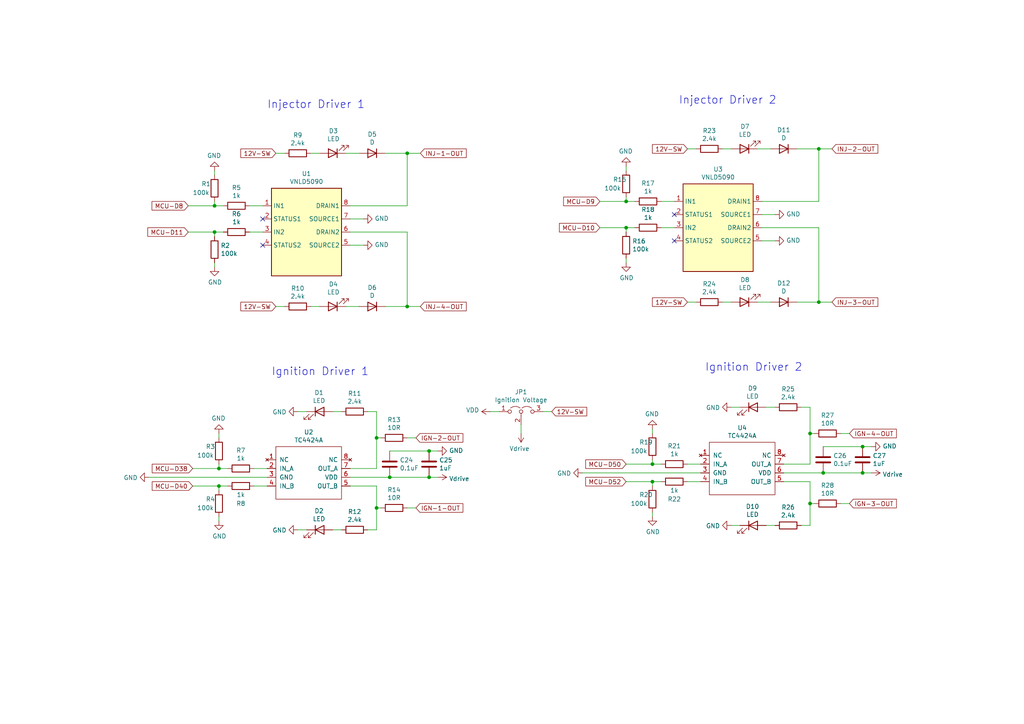
<source format=kicad_sch>
(kicad_sch (version 20210621) (generator eeschema)
  (paper "A4")
  (lib_symbols
    (symbol "Device:C" (pin_numbers hide) (pin_names (offset 0.254))
      (property "Reference" "C" (at 0.635 2.54 0))
      (property "Value" "C" (at 0.635 -2.54 0))
      (symbol "C_0_1"
        (polyline (pts (xy -2.032 -0.762) (xy 2.032 -0.762)) (stroke (width 0.508)))
        (polyline (pts (xy -2.032 0.762) (xy 2.032 0.762)) (stroke (width 0.508)))
      )
      (symbol "C_1_1"
        (pin passive line (at 0 3.81 270) (length 2.794) (name "~") (number "1"))
        (pin passive line (at 0 -3.81 90) (length 2.794) (name "~") (number "2"))
      )
    )
    (symbol "Device:D" (pin_numbers hide) (pin_names (offset 1.016) hide)
      (property "Reference" "D" (at 0 2.54 0))
      (property "Value" "D" (at 0 -2.54 0))
      (symbol "D_0_1"
        (polyline (pts (xy -1.27 1.27) (xy -1.27 -1.27)) (stroke (width 0.254)))
        (polyline (pts (xy 1.27 0) (xy -1.27 0)))
        (polyline (pts (xy 1.27 1.27) (xy 1.27 -1.27) (xy -1.27 0) (xy 1.27 1.27)) (stroke (width 0.254)))
      )
      (symbol "D_1_1"
        (pin passive line (at -3.81 0 0) (length 2.54) (name "K") (number "1"))
        (pin passive line (at 3.81 0 180) (length 2.54) (name "A") (number "2"))
      )
    )
    (symbol "Device:LED" (pin_numbers hide) (pin_names (offset 1.016) hide)
      (property "Reference" "D" (at 0 2.54 0))
      (property "Value" "LED" (at 0 -2.54 0))
      (symbol "LED_0_1"
        (polyline (pts (xy -1.27 -1.27) (xy -1.27 1.27)) (stroke (width 0.254)))
        (polyline (pts (xy -1.27 0) (xy 1.27 0)))
        (polyline (pts (xy 1.27 -1.27) (xy 1.27 1.27) (xy -1.27 0) (xy 1.27 -1.27)) (stroke (width 0.254)))
        (polyline (pts (xy -3.048 -0.762) (xy -4.572 -2.286) (xy -3.81 -2.286) (xy -4.572 -2.286) (xy -4.572 -1.524)))
        (polyline (pts (xy -1.778 -0.762) (xy -3.302 -2.286) (xy -2.54 -2.286) (xy -3.302 -2.286) (xy -3.302 -1.524)))
      )
      (symbol "LED_1_1"
        (pin passive line (at -3.81 0 0) (length 2.54) (name "K") (number "1"))
        (pin passive line (at 3.81 0 180) (length 2.54) (name "A") (number "2"))
      )
    )
    (symbol "Device:R" (pin_numbers hide) (pin_names (offset 0))
      (property "Reference" "R" (at 2.032 0 90))
      (property "Value" "R" (at 0 0 90))
      (symbol "R_0_1"
        (rectangle (start -1.016 -2.54) (end 1.016 2.54) (stroke (width 0.254)))
      )
      (symbol "R_1_1"
        (pin passive line (at 0 3.81 270) (length 1.27) (name "~") (number "1"))
        (pin passive line (at 0 -3.81 90) (length 1.27) (name "~") (number "2"))
      )
    )
    (symbol "IC_Automotive:TC4424A" (pin_names (offset 1.016))
      (property "Reference" "U" (at -7.62 38.1 0))
      (property "Value" "IC_Automotive_TC4424A" (at -15.24 38.1 0))
      (symbol "TC4424A_0_1"
        (rectangle (start -25.4 36.83) (end -6.35 21.59))
      )
      (symbol "TC4424A_1_1"
        (pin no_connect line (at -27.94 33.02 0) (length 2.54) (name "NC") (number "1"))
        (pin input line (at -27.94 30.48 0) (length 2.54) (name "IN_A") (number "2"))
        (pin power_in line (at -27.94 27.94 0) (length 2.54) (name "GND") (number "3"))
        (pin input line (at -27.94 25.4 0) (length 2.54) (name "IN_B") (number "4"))
        (pin input line (at -3.81 25.4 180) (length 2.54) (name "OUT_B") (number "5"))
        (pin power_in line (at -3.81 27.94 180) (length 2.54) (name "VDD") (number "6"))
        (pin output line (at -3.81 30.48 180) (length 2.54) (name "OUT_A") (number "7"))
        (pin no_connect line (at -3.81 33.02 180) (length 2.54) (name "NC") (number "8"))
      )
    )
    (symbol "IC_Automotive:VNLD5090"
      (property "Reference" "U" (at -7.62 11.43 0))
      (property "Value" "IC_Automotive_VNLD5090" (at 12.7 11.43 0))
      (symbol "VNLD5090_0_1"
        (rectangle (start -7.62 -15.24) (end 12.7 10.16) (stroke (width 0.254)) (fill (type background)))
      )
      (symbol "VNLD5090_1_1"
        (pin input line (at -10.16 5.08 0) (length 2.54) (name "IN1") (number "1"))
        (pin output line (at -10.16 1.27 0) (length 2.54) (name "STATUS1") (number "2"))
        (pin input line (at -10.16 -2.54 0) (length 2.54) (name "IN2") (number "3"))
        (pin output line (at -10.16 -6.35 0) (length 2.54) (name "STATUS2") (number "4"))
        (pin input line (at 15.24 -6.35 180) (length 2.54) (name "SOURCE2") (number "5"))
        (pin output line (at 15.24 -2.54 180) (length 2.54) (name "DRAIN2") (number "6"))
        (pin input line (at 15.24 1.27 180) (length 2.54) (name "SOURCE1") (number "7"))
        (pin output line (at 15.24 5.08 180) (length 2.54) (name "DRAIN1") (number "8"))
      )
    )
    (symbol "Jumper:Jumper_3_Open" (pin_names (offset 0) hide)
      (property "Reference" "JP" (at -2.54 -2.54 0))
      (property "Value" "Jumper_3_Open" (at 0 2.794 0))
      (symbol "Jumper_3_Open_0_0"
        (circle (center -3.302 0) (radius 0.508))
        (circle (center 0 0) (radius 0.508))
        (circle (center 3.302 0) (radius 0.508))
      )
      (symbol "Jumper_3_Open_0_1"
        (arc (start -0.254 1.016) (mid -1.651 1.4992) (end -3.048 1.016))
        (polyline (pts (xy 0 -0.508) (xy 0 -1.27)))
        (arc (start 3.048 1.016) (mid 1.651 1.4992) (end 0.254 1.016))
      )
      (symbol "Jumper_3_Open_1_1"
        (pin passive line (at -6.35 0 0) (length 2.54) (name "A") (number "1"))
        (pin input line (at 0 -3.81 90) (length 2.54) (name "C") (number "2"))
        (pin passive line (at 6.35 0 180) (length 2.54) (name "B") (number "3"))
      )
    )
    (symbol "power:GND" (power) (pin_names (offset 0))
      (property "Value" "GND" (at 0 -3.81 0))
      (symbol "GND_0_1"
        (polyline (pts (xy 0 0) (xy 0 -1.27) (xy 1.27 -1.27) (xy 0 -2.54) (xy -1.27 -1.27) (xy 0 -1.27)))
      )
      (symbol "GND_1_1"
        (pin power_in line (at 0 0 270) (length 0) hide (name "GND") (number "1"))
      )
    )
    (symbol "power:VDD" (power) (pin_names (offset 0))
      (property "Value" "VDD" (at 0 3.81 0))
      (symbol "VDD_0_1"
        (polyline (pts (xy -0.762 1.27) (xy 0 2.54)))
        (polyline (pts (xy 0 0) (xy 0 2.54)))
        (polyline (pts (xy 0 2.54) (xy 0.762 1.27)))
      )
      (symbol "VDD_1_1"
        (pin power_in line (at 0 0 90) (length 0) hide (name "VDD") (number "1"))
      )
    )
    (symbol "power:Vdrive" (power) (pin_names (offset 0))
      (property "Value" "Vdrive" (at 0 3.81 0))
      (symbol "Vdrive_0_1"
        (polyline (pts (xy -0.762 1.27) (xy 0 2.54)))
        (polyline (pts (xy 0 0) (xy 0 2.54)))
        (polyline (pts (xy 0 2.54) (xy 0.762 1.27)))
      )
      (symbol "Vdrive_1_1"
        (pin power_in line (at 0 0 90) (length 0) hide (name "Vdrive") (number "1"))
      )
    )
  )
  (junction (at 62.23 59.69))
  (junction (at 250.19 137.16))
  (junction (at 237.49 43.18))
  (junction (at 250.19 129.54))
  (junction (at 124.46 138.43))
  (junction (at 234.95 146.05))
  (junction (at 118.11 88.9))
  (junction (at 113.03 138.43))
  (junction (at 109.22 127))
  (junction (at 124.46 130.81))
  (junction (at 63.5 140.97))
  (junction (at 237.49 87.63))
  (junction (at 181.61 66.04))
  (junction (at 63.5 135.89))
  (junction (at 109.22 147.32))
  (junction (at 181.61 58.42))
  (junction (at 189.23 134.62))
  (junction (at 189.23 139.7))
  (junction (at 234.95 125.73))
  (junction (at 238.76 137.16))
  (junction (at 62.23 67.31))
  (junction (at 118.11 44.45))
  (no_connect (at 76.2 71.12))
  (no_connect (at 195.58 62.23))
  (no_connect (at 76.2 63.5))
  (no_connect (at 195.58 69.85))
  (wire (pts (xy 231.14 43.18) (xy 237.49 43.18)))
  (wire (pts (xy 241.3 87.63) (xy 237.49 87.63)))
  (wire (pts (xy 73.66 140.97) (xy 77.47 140.97)))
  (wire (pts (xy 77.47 138.43) (xy 43.18 138.43)))
  (wire (pts (xy 191.77 58.42) (xy 195.58 58.42)))
  (wire (pts (xy 234.95 152.4) (xy 234.95 146.05)))
  (wire (pts (xy 237.49 58.42) (xy 237.49 43.18)))
  (wire (pts (xy 80.01 88.9) (xy 82.55 88.9)))
  (wire (pts (xy 199.39 87.63) (xy 201.93 87.63)))
  (wire (pts (xy 151.13 125.73) (xy 151.13 123.19)))
  (wire (pts (xy 110.49 147.32) (xy 109.22 147.32)))
  (wire (pts (xy 113.03 138.43) (xy 101.6 138.43)))
  (wire (pts (xy 241.3 43.18) (xy 237.49 43.18)))
  (wire (pts (xy 86.36 119.38) (xy 88.9 119.38)))
  (wire (pts (xy 203.2 137.16) (xy 168.91 137.16)))
  (wire (pts (xy 96.52 119.38) (xy 99.06 119.38)))
  (wire (pts (xy 184.15 66.04) (xy 181.61 66.04)))
  (wire (pts (xy 238.76 137.16) (xy 227.33 137.16)))
  (wire (pts (xy 234.95 134.62) (xy 227.33 134.62)))
  (wire (pts (xy 101.6 63.5) (xy 105.41 63.5)))
  (wire (pts (xy 72.39 59.69) (xy 76.2 59.69)))
  (wire (pts (xy 109.22 119.38) (xy 109.22 127)))
  (wire (pts (xy 63.5 151.13) (xy 63.5 149.86)))
  (wire (pts (xy 63.5 140.97) (xy 63.5 142.24)))
  (wire (pts (xy 181.61 76.2) (xy 181.61 74.93)))
  (wire (pts (xy 199.39 139.7) (xy 203.2 139.7)))
  (wire (pts (xy 106.68 153.67) (xy 109.22 153.67)))
  (wire (pts (xy 189.23 139.7) (xy 189.23 140.97)))
  (wire (pts (xy 181.61 58.42) (xy 184.15 58.42)))
  (wire (pts (xy 109.22 135.89) (xy 101.6 135.89)))
  (wire (pts (xy 234.95 139.7) (xy 227.33 139.7)))
  (wire (pts (xy 212.09 118.11) (xy 214.63 118.11)))
  (wire (pts (xy 109.22 127) (xy 109.22 135.89)))
  (wire (pts (xy 220.98 66.04) (xy 237.49 66.04)))
  (wire (pts (xy 127 130.81) (xy 124.46 130.81)))
  (wire (pts (xy 191.77 66.04) (xy 195.58 66.04)))
  (wire (pts (xy 121.92 44.45) (xy 118.11 44.45)))
  (wire (pts (xy 86.36 153.67) (xy 88.9 153.67)))
  (wire (pts (xy 105.41 71.12) (xy 101.6 71.12)))
  (wire (pts (xy 118.11 147.32) (xy 120.65 147.32)))
  (wire (pts (xy 181.61 57.15) (xy 181.61 58.42)))
  (wire (pts (xy 80.01 44.45) (xy 82.55 44.45)))
  (wire (pts (xy 109.22 147.32) (xy 109.22 140.97)))
  (wire (pts (xy 212.09 152.4) (xy 214.63 152.4)))
  (wire (pts (xy 234.95 125.73) (xy 234.95 134.62)))
  (wire (pts (xy 232.41 152.4) (xy 234.95 152.4)))
  (wire (pts (xy 222.25 118.11) (xy 224.79 118.11)))
  (wire (pts (xy 220.98 62.23) (xy 224.79 62.23)))
  (wire (pts (xy 181.61 139.7) (xy 189.23 139.7)))
  (wire (pts (xy 127 138.43) (xy 124.46 138.43)))
  (wire (pts (xy 62.23 58.42) (xy 62.23 59.69)))
  (wire (pts (xy 118.11 127) (xy 120.65 127)))
  (wire (pts (xy 100.33 88.9) (xy 104.14 88.9)))
  (wire (pts (xy 109.22 153.67) (xy 109.22 147.32)))
  (wire (pts (xy 181.61 134.62) (xy 189.23 134.62)))
  (wire (pts (xy 66.04 140.97) (xy 63.5 140.97)))
  (wire (pts (xy 252.73 137.16) (xy 250.19 137.16)))
  (wire (pts (xy 234.95 146.05) (xy 234.95 139.7)))
  (wire (pts (xy 54.61 67.31) (xy 62.23 67.31)))
  (wire (pts (xy 219.71 43.18) (xy 223.52 43.18)))
  (wire (pts (xy 209.55 87.63) (xy 212.09 87.63)))
  (wire (pts (xy 209.55 43.18) (xy 212.09 43.18)))
  (wire (pts (xy 234.95 118.11) (xy 234.95 125.73)))
  (wire (pts (xy 111.76 44.45) (xy 118.11 44.45)))
  (wire (pts (xy 252.73 129.54) (xy 250.19 129.54)))
  (wire (pts (xy 250.19 137.16) (xy 238.76 137.16)))
  (wire (pts (xy 232.41 118.11) (xy 234.95 118.11)))
  (wire (pts (xy 96.52 153.67) (xy 99.06 153.67)))
  (wire (pts (xy 199.39 134.62) (xy 203.2 134.62)))
  (wire (pts (xy 222.25 152.4) (xy 224.79 152.4)))
  (wire (pts (xy 243.84 146.05) (xy 246.38 146.05)))
  (wire (pts (xy 62.23 59.69) (xy 64.77 59.69)))
  (wire (pts (xy 121.92 88.9) (xy 118.11 88.9)))
  (wire (pts (xy 110.49 127) (xy 109.22 127)))
  (wire (pts (xy 237.49 66.04) (xy 237.49 87.63)))
  (wire (pts (xy 90.17 44.45) (xy 92.71 44.45)))
  (wire (pts (xy 54.61 59.69) (xy 62.23 59.69)))
  (wire (pts (xy 189.23 133.35) (xy 189.23 134.62)))
  (wire (pts (xy 220.98 58.42) (xy 237.49 58.42)))
  (wire (pts (xy 144.78 119.38) (xy 142.24 119.38)))
  (wire (pts (xy 191.77 139.7) (xy 189.23 139.7)))
  (wire (pts (xy 124.46 130.81) (xy 113.03 130.81)))
  (wire (pts (xy 64.77 67.31) (xy 62.23 67.31)))
  (wire (pts (xy 118.11 59.69) (xy 118.11 44.45)))
  (wire (pts (xy 181.61 66.04) (xy 181.61 67.31)))
  (wire (pts (xy 243.84 125.73) (xy 246.38 125.73)))
  (wire (pts (xy 219.71 87.63) (xy 223.52 87.63)))
  (wire (pts (xy 124.46 138.43) (xy 113.03 138.43)))
  (wire (pts (xy 106.68 119.38) (xy 109.22 119.38)))
  (wire (pts (xy 173.99 58.42) (xy 181.61 58.42)))
  (wire (pts (xy 63.5 135.89) (xy 66.04 135.89)))
  (wire (pts (xy 189.23 125.73) (xy 189.23 124.46)))
  (wire (pts (xy 231.14 87.63) (xy 237.49 87.63)))
  (wire (pts (xy 101.6 67.31) (xy 118.11 67.31)))
  (wire (pts (xy 63.5 127) (xy 63.5 125.73)))
  (wire (pts (xy 236.22 146.05) (xy 234.95 146.05)))
  (wire (pts (xy 109.22 140.97) (xy 101.6 140.97)))
  (wire (pts (xy 90.17 88.9) (xy 92.71 88.9)))
  (wire (pts (xy 236.22 125.73) (xy 234.95 125.73)))
  (wire (pts (xy 55.88 135.89) (xy 63.5 135.89)))
  (wire (pts (xy 63.5 134.62) (xy 63.5 135.89)))
  (wire (pts (xy 111.76 88.9) (xy 118.11 88.9)))
  (wire (pts (xy 55.88 140.97) (xy 63.5 140.97)))
  (wire (pts (xy 224.79 69.85) (xy 220.98 69.85)))
  (wire (pts (xy 62.23 50.8) (xy 62.23 49.53)))
  (wire (pts (xy 72.39 67.31) (xy 76.2 67.31)))
  (wire (pts (xy 62.23 77.47) (xy 62.23 76.2)))
  (wire (pts (xy 118.11 67.31) (xy 118.11 88.9)))
  (wire (pts (xy 189.23 149.86) (xy 189.23 148.59)))
  (wire (pts (xy 101.6 59.69) (xy 118.11 59.69)))
  (wire (pts (xy 62.23 67.31) (xy 62.23 68.58)))
  (wire (pts (xy 73.66 135.89) (xy 77.47 135.89)))
  (wire (pts (xy 173.99 66.04) (xy 181.61 66.04)))
  (wire (pts (xy 250.19 129.54) (xy 238.76 129.54)))
  (wire (pts (xy 199.39 43.18) (xy 201.93 43.18)))
  (wire (pts (xy 189.23 134.62) (xy 191.77 134.62)))
  (wire (pts (xy 157.48 119.38) (xy 160.02 119.38)))
  (wire (pts (xy 181.61 49.53) (xy 181.61 48.26)))
  (wire (pts (xy 100.33 44.45) (xy 104.14 44.45)))
  (text "Ignition Driver 1" (at 78.74 109.22 0) (effects (font (size 2.2606 2.2606)) (justify left bottom)))
  (text "Ignition Driver 2" (at 204.47 107.95 0) (effects (font (size 2.2606 2.2606)) (justify left bottom)))
  (text "Injector Driver 2" (at 196.85 30.48 0) (effects (font (size 2.2606 2.2606)) (justify left bottom)))
  (text "Injector Driver 1" (at 77.47 31.75 0) (effects (font (size 2.2606 2.2606)) (justify left bottom)))
  (global_label "MCU-D50" (shape input) (at 181.61 134.62 180) (property "Intersheet References" "${INTERSHEET_REFS}" (effects hide)))
  (global_label "INJ-4-OUT" (shape input) (at 121.92 88.9 0) (property "Intersheet References" "${INTERSHEET_REFS}" (effects hide)))
  (global_label "INJ-3-OUT" (shape input) (at 241.3 87.63 0) (property "Intersheet References" "${INTERSHEET_REFS}" (effects hide)))
  (global_label "INJ-1-OUT" (shape input) (at 121.92 44.45 0) (property "Intersheet References" "${INTERSHEET_REFS}" (effects hide)))
  (global_label "MCU-D11" (shape input) (at 54.61 67.31 180) (property "Intersheet References" "${INTERSHEET_REFS}" (effects hide)))
  (global_label "12V-SW" (shape input) (at 199.39 87.63 180) (property "Intersheet References" "${INTERSHEET_REFS}" (effects hide)))
  (global_label "12V-SW" (shape input) (at 80.01 88.9 180) (property "Intersheet References" "${INTERSHEET_REFS}" (effects hide)))
  (global_label "IGN-3-OUT" (shape input) (at 246.38 146.05 0) (property "Intersheet References" "${INTERSHEET_REFS}" (effects hide)))
  (global_label "MCU-D9" (shape input) (at 173.99 58.42 180) (property "Intersheet References" "${INTERSHEET_REFS}" (effects hide)))
  (global_label "IGN-1-OUT" (shape input) (at 120.65 147.32 0) (property "Intersheet References" "${INTERSHEET_REFS}" (effects hide)))
  (global_label "INJ-2-OUT" (shape input) (at 241.3 43.18 0) (property "Intersheet References" "${INTERSHEET_REFS}" (effects hide)))
  (global_label "MCU-D52" (shape input) (at 181.61 139.7 180) (property "Intersheet References" "${INTERSHEET_REFS}" (effects hide)))
  (global_label "12V-SW" (shape input) (at 160.02 119.38 0) (property "Intersheet References" "${INTERSHEET_REFS}" (effects hide)))
  (global_label "IGN-4-OUT" (shape input) (at 246.38 125.73 0) (property "Intersheet References" "${INTERSHEET_REFS}" (effects hide)))
  (global_label "MCU-D8" (shape input) (at 54.61 59.69 180) (property "Intersheet References" "${INTERSHEET_REFS}" (effects hide)))
  (global_label "IGN-2-OUT" (shape input) (at 120.65 127 0) (property "Intersheet References" "${INTERSHEET_REFS}" (effects hide)))
  (global_label "MCU-D10" (shape input) (at 173.99 66.04 180) (property "Intersheet References" "${INTERSHEET_REFS}" (effects hide)))
  (global_label "MCU-D38" (shape input) (at 55.88 135.89 180) (property "Intersheet References" "${INTERSHEET_REFS}" (effects hide)))
  (global_label "12V-SW" (shape input) (at 80.01 44.45 180) (property "Intersheet References" "${INTERSHEET_REFS}" (effects hide)))
  (global_label "12V-SW" (shape input) (at 199.39 43.18 180) (property "Intersheet References" "${INTERSHEET_REFS}" (effects hide)))
  (global_label "MCU-D40" (shape input) (at 55.88 140.97 180) (property "Intersheet References" "${INTERSHEET_REFS}" (effects hide)))
  (symbol (lib_id "IC_Automotive:VNLD5090") (at 86.36 64.77 0) (unit 1)
    (property "Reference" "U1" (at 88.9 50.3682 0))
    (property "Value" "VNLD5090" (at 88.9 52.6796 0))
    (property "Footprint" "Package_SO:SOIC-8_3.9x4.9mm_P1.27mm" (effects hide))
    (property "Datasheet" "https://www.st.com/resource/en/datasheet/vnld5090-e.pdf" (effects hide))
    (property "Manufacturer_Name" "STMicro" (effects hide))
    (property "Manufacturer_Part_Number" "VNLD5090-E" (effects hide))
    (property "URL" "https://www.digikey.com.au/products/en?keywords=VNLD5090-E" (effects hide))
    (property "Digikey Part Number" "497-18682-ND" (effects hide))
  )
  (symbol (lib_id "power:GND") (at 105.41 63.5 90) (unit 1)
    (property "Reference" "#PWR010" (effects hide))
    (property "Value" "GND" (at 108.6612 63.373 90) (effects (justify right)))
  )
  (symbol (lib_id "power:GND") (at 105.41 71.12 90) (unit 1)
    (property "Reference" "#PWR011" (effects hide))
    (property "Value" "GND" (at 108.6612 70.993 90) (effects (justify right)))
  )
  (symbol (lib_id "Device:R") (at 68.58 59.69 270) (unit 1)
    (property "Reference" "R5" (at 68.58 54.4322 90))
    (property "Value" "1k" (at 68.58 56.7436 90))
    (property "Footprint" "Resistor_SMD:R_0805_2012Metric" (effects hide))
    (property "Digikey Part Number" "311-1.00KCRCT-ND" (effects hide))
    (property "Manufacturer_Name" "Yageo" (effects hide))
    (property "Manufacturer_Part_Number" "RC0805FR-071KL" (effects hide))
    (property "URL" "https://www.digikey.com/product-detail/en/yageo/RC0805FR-071KL/311-1.00KCRCT-ND/730391" (effects hide))
  )
  (symbol (lib_id "Device:R") (at 68.58 67.31 270) (unit 1)
    (property "Reference" "R6" (at 68.58 62.0522 90))
    (property "Value" "1k" (at 68.58 64.3636 90))
    (property "Footprint" "Resistor_SMD:R_0805_2012Metric" (effects hide))
    (property "Digikey Part Number" "311-1.00KCRCT-ND" (effects hide))
    (property "Manufacturer_Name" "Yageo" (effects hide))
    (property "Manufacturer_Part_Number" "RC0805FR-071KL" (effects hide))
    (property "URL" "https://www.digikey.com/product-detail/en/yageo/RC0805FR-071KL/311-1.00KCRCT-ND/730391" (effects hide))
  )
  (symbol (lib_id "Device:R") (at 62.23 54.61 180) (unit 1)
    (property "Reference" "R1" (at 58.42 53.34 0) (effects (justify right)))
    (property "Value" "100k" (at 55.88 55.88 0) (effects (justify right)))
    (property "Footprint" "Resistor_SMD:R_0805_2012Metric" (effects hide))
    (property "Digikey Part Number" "311-100KCRCT-ND" (effects hide))
    (property "Manufacturer_Name" "Yageo" (effects hide))
    (property "Manufacturer_Part_Number" "RC0805FR-07100KL" (effects hide))
    (property "URL" "https://www.digikey.com/product-detail/en/yageo/RC0805FR-07100KL/311-100KCRCT-ND/730491" (effects hide))
  )
  (symbol (lib_id "Device:R") (at 62.23 72.39 180) (unit 1)
    (property "Reference" "R2" (at 64.008 71.2216 0) (effects (justify right)))
    (property "Value" "100k" (at 64.008 73.533 0) (effects (justify right)))
    (property "Footprint" "Resistor_SMD:R_0805_2012Metric" (effects hide))
    (property "Digikey Part Number" "311-100KCRCT-ND" (effects hide))
    (property "Manufacturer_Name" "Yageo" (effects hide))
    (property "Manufacturer_Part_Number" "RC0805FR-07100KL" (effects hide))
    (property "URL" "https://www.digikey.com/product-detail/en/yageo/RC0805FR-07100KL/311-100KCRCT-ND/730491" (effects hide))
  )
  (symbol (lib_id "power:GND") (at 62.23 49.53 180) (unit 1)
    (property "Reference" "#PWR04" (effects hide))
    (property "Value" "GND" (at 62.103 45.1358 0))
  )
  (symbol (lib_id "power:GND") (at 62.23 77.47 0) (unit 1)
    (property "Reference" "#PWR05" (effects hide))
    (property "Value" "GND" (at 62.357 81.8642 0))
  )
  (symbol (lib_id "Device:R") (at 86.36 88.9 270) (unit 1)
    (property "Reference" "R10" (at 86.36 83.6422 90))
    (property "Value" "2.4k" (at 86.36 85.9536 90))
    (property "Footprint" "Resistor_SMD:R_0805_2012Metric" (effects hide))
    (property "Digikey Part Number" "311-2.40KCRCT-ND" (effects hide))
    (property "Manufacturer_Name" "Yageo" (effects hide))
    (property "Manufacturer_Part_Number" "RC0805FR-072K4L" (effects hide))
    (property "URL" "https://www.digikey.com/product-detail/en/yageo/RC0805FR-072K4L/311-2.40KCRCT-ND/730637" (effects hide))
  )
  (symbol (lib_id "Device:LED") (at 96.52 88.9 180) (unit 1)
    (property "Reference" "D4" (at 96.6978 82.423 0))
    (property "Value" "LED" (at 96.6978 84.7344 0))
    (property "Footprint" "LED_SMD:LED_0805_2012Metric" (effects hide))
    (property "Digikey Part Number" "475-1415-1-ND" (effects hide))
    (property "Manufacturer_Name" "Osram" (effects hide))
    (property "Manufacturer_Part_Number" "LH R974-LP-1" (effects hide))
    (property "URL" "https://www.digikey.com/product-detail/en/osram-opto-semiconductors-inc/LH-R974-LP-1/475-1415-1-ND/1802604" (effects hide))
  )
  (symbol (lib_id "Device:R") (at 86.36 44.45 270) (unit 1)
    (property "Reference" "R9" (at 86.36 39.1922 90))
    (property "Value" "2.4k" (at 86.36 41.5036 90))
    (property "Footprint" "Resistor_SMD:R_0805_2012Metric" (effects hide))
    (property "Digikey Part Number" "311-2.40KCRCT-ND" (effects hide))
    (property "Manufacturer_Name" "Yageo" (effects hide))
    (property "Manufacturer_Part_Number" "RC0805FR-072K4L" (effects hide))
    (property "URL" "https://www.digikey.com/product-detail/en/yageo/RC0805FR-072K4L/311-2.40KCRCT-ND/730637" (effects hide))
  )
  (symbol (lib_id "Device:LED") (at 96.52 44.45 180) (unit 1)
    (property "Reference" "D3" (at 96.6978 37.973 0))
    (property "Value" "LED" (at 96.6978 40.2844 0))
    (property "Footprint" "LED_SMD:LED_0805_2012Metric" (effects hide))
    (property "Digikey Part Number" "475-1415-1-ND" (effects hide))
    (property "Manufacturer_Name" "Osram" (effects hide))
    (property "Manufacturer_Part_Number" "LH R974-LP-1" (effects hide))
    (property "URL" "https://www.digikey.com/product-detail/en/osram-opto-semiconductors-inc/LH-R974-LP-1/475-1415-1-ND/1802604" (effects hide))
  )
  (symbol (lib_id "IC_Automotive:VNLD5090") (at 205.74 63.5 0) (unit 1)
    (property "Reference" "U3" (at 208.28 49.0982 0))
    (property "Value" "VNLD5090" (at 208.28 51.4096 0))
    (property "Footprint" "Package_SO:SOIC-8_3.9x4.9mm_P1.27mm" (effects hide))
    (property "Datasheet" "https://www.st.com/resource/en/datasheet/vnld5090-e.pdf" (effects hide))
    (property "Manufacturer_Name" "STMicro" (effects hide))
    (property "Manufacturer_Part_Number" "VNLD5090-E" (effects hide))
    (property "URL" "https://www.digikey.com.au/products/en?keywords=VNLD5090-E" (effects hide))
    (property "Digikey Part Number" "497-18682-ND" (effects hide))
  )
  (symbol (lib_id "power:GND") (at 224.79 62.23 90) (unit 1)
    (property "Reference" "#PWR020" (effects hide))
    (property "Value" "GND" (at 228.0412 62.103 90) (effects (justify right)))
  )
  (symbol (lib_id "power:GND") (at 224.79 69.85 90) (unit 1)
    (property "Reference" "#PWR021" (effects hide))
    (property "Value" "GND" (at 228.0412 69.723 90) (effects (justify right)))
  )
  (symbol (lib_id "Device:R") (at 187.96 58.42 270) (unit 1)
    (property "Reference" "R17" (at 187.96 53.1622 90))
    (property "Value" "1k" (at 187.96 55.4736 90))
    (property "Footprint" "Resistor_SMD:R_0805_2012Metric" (effects hide))
    (property "Digikey Part Number" "311-1.00KCRCT-ND" (effects hide))
    (property "Manufacturer_Name" "Yageo" (effects hide))
    (property "Manufacturer_Part_Number" "RC0805FR-071KL" (effects hide))
    (property "URL" "https://www.digikey.com/product-detail/en/yageo/RC0805FR-071KL/311-1.00KCRCT-ND/730391" (effects hide))
  )
  (symbol (lib_id "Device:R") (at 187.96 66.04 270) (unit 1)
    (property "Reference" "R18" (at 187.96 60.7822 90))
    (property "Value" "1k" (at 187.96 63.0936 90))
    (property "Footprint" "Resistor_SMD:R_0805_2012Metric" (effects hide))
    (property "Digikey Part Number" "311-1.00KCRCT-ND" (effects hide))
    (property "Manufacturer_Name" "Yageo" (effects hide))
    (property "Manufacturer_Part_Number" "RC0805FR-071KL" (effects hide))
    (property "URL" "https://www.digikey.com/product-detail/en/yageo/RC0805FR-071KL/311-1.00KCRCT-ND/730391" (effects hide))
  )
  (symbol (lib_id "Device:R") (at 181.61 53.34 180) (unit 1)
    (property "Reference" "R15" (at 177.8 52.07 0) (effects (justify right)))
    (property "Value" "100k" (at 175.26 54.61 0) (effects (justify right)))
    (property "Footprint" "Resistor_SMD:R_0805_2012Metric" (effects hide))
    (property "Digikey Part Number" "311-100KCRCT-ND" (effects hide))
    (property "Manufacturer_Name" "Yageo" (effects hide))
    (property "Manufacturer_Part_Number" "RC0805FR-07100KL" (effects hide))
    (property "URL" "https://www.digikey.com/product-detail/en/yageo/RC0805FR-07100KL/311-100KCRCT-ND/730491" (effects hide))
  )
  (symbol (lib_id "Device:R") (at 181.61 71.12 180) (unit 1)
    (property "Reference" "R16" (at 183.388 69.9516 0) (effects (justify right)))
    (property "Value" "100k" (at 183.388 72.263 0) (effects (justify right)))
    (property "Footprint" "Resistor_SMD:R_0805_2012Metric" (effects hide))
    (property "Digikey Part Number" "311-100KCRCT-ND" (effects hide))
    (property "Manufacturer_Name" "Yageo" (effects hide))
    (property "Manufacturer_Part_Number" "RC0805FR-07100KL" (effects hide))
    (property "URL" "https://www.digikey.com/product-detail/en/yageo/RC0805FR-07100KL/311-100KCRCT-ND/730491" (effects hide))
  )
  (symbol (lib_id "power:GND") (at 181.61 48.26 180) (unit 1)
    (property "Reference" "#PWR014" (effects hide))
    (property "Value" "GND" (at 181.483 43.8658 0))
  )
  (symbol (lib_id "power:GND") (at 181.61 76.2 0) (unit 1)
    (property "Reference" "#PWR015" (effects hide))
    (property "Value" "GND" (at 181.737 80.5942 0))
  )
  (symbol (lib_id "Device:R") (at 205.74 87.63 270) (unit 1)
    (property "Reference" "R24" (at 205.74 82.3722 90))
    (property "Value" "2.4k" (at 205.74 84.6836 90))
    (property "Footprint" "Resistor_SMD:R_0805_2012Metric" (effects hide))
    (property "Digikey Part Number" "311-2.40KCRCT-ND" (effects hide))
    (property "Manufacturer_Name" "Yageo" (effects hide))
    (property "Manufacturer_Part_Number" "RC0805FR-072K4L" (effects hide))
    (property "URL" "https://www.digikey.com/product-detail/en/yageo/RC0805FR-072K4L/311-2.40KCRCT-ND/730637" (effects hide))
  )
  (symbol (lib_id "Device:LED") (at 215.9 87.63 180) (unit 1)
    (property "Reference" "D8" (at 216.0778 81.153 0))
    (property "Value" "LED" (at 216.0778 83.4644 0))
    (property "Footprint" "LED_SMD:LED_0805_2012Metric" (effects hide))
    (property "Digikey Part Number" "475-1415-1-ND" (effects hide))
    (property "Manufacturer_Name" "Osram" (effects hide))
    (property "Manufacturer_Part_Number" "LH R974-LP-1" (effects hide))
    (property "URL" "https://www.digikey.com/product-detail/en/osram-opto-semiconductors-inc/LH-R974-LP-1/475-1415-1-ND/1802604" (effects hide))
  )
  (symbol (lib_id "Device:R") (at 205.74 43.18 270) (unit 1)
    (property "Reference" "R23" (at 205.74 37.9222 90))
    (property "Value" "2.4k" (at 205.74 40.2336 90))
    (property "Footprint" "Resistor_SMD:R_0805_2012Metric" (effects hide))
    (property "Digikey Part Number" "311-2.40KCRCT-ND" (effects hide))
    (property "Manufacturer_Name" "Yageo" (effects hide))
    (property "Manufacturer_Part_Number" "RC0805FR-072K4L" (effects hide))
    (property "URL" "https://www.digikey.com/product-detail/en/yageo/RC0805FR-072K4L/311-2.40KCRCT-ND/730637" (effects hide))
  )
  (symbol (lib_id "Device:LED") (at 215.9 43.18 180) (unit 1)
    (property "Reference" "D7" (at 216.0778 36.703 0))
    (property "Value" "LED" (at 216.0778 39.0144 0))
    (property "Footprint" "LED_SMD:LED_0805_2012Metric" (effects hide))
    (property "Digikey Part Number" "475-1415-1-ND" (effects hide))
    (property "Manufacturer_Name" "Osram" (effects hide))
    (property "Manufacturer_Part_Number" "LH R974-LP-1" (effects hide))
    (property "URL" "https://www.digikey.com/product-detail/en/osram-opto-semiconductors-inc/LH-R974-LP-1/475-1415-1-ND/1802604" (effects hide))
  )
  (symbol (lib_id "IC_Automotive:TC4424A") (at 105.41 166.37 0) (unit 1)
    (property "Reference" "U2" (at 89.535 125.349 0))
    (property "Value" "TC4424A" (at 89.535 127.6604 0))
    (property "Footprint" "Package_SO:SOIC-8_3.9x4.9mm_P1.27mm" (effects hide))
    (property "Digikey Part Number" "TC4424AVOA-ND" (effects hide))
    (property "Manufacturer_Name" "Microchip" (effects hide))
    (property "Manufacturer_Part_Number" "TC4424AVOA" (effects hide))
    (property "URL" "https://www.digikey.com/product-detail/en/microchip-technology/TC4424AVOA/TC4424AVOA-ND/1098908" (effects hide))
  )
  (symbol (lib_id "Device:R") (at 69.85 135.89 270) (unit 1)
    (property "Reference" "R7" (at 69.85 130.6322 90))
    (property "Value" "1k" (at 69.85 132.9436 90))
    (property "Footprint" "Resistor_SMD:R_0805_2012Metric" (effects hide))
    (property "Digikey Part Number" "311-1.00KCRCT-ND" (effects hide))
    (property "Manufacturer_Name" "Yageo" (effects hide))
    (property "Manufacturer_Part_Number" "RC0805FR-071KL" (effects hide))
    (property "URL" "https://www.digikey.com/product-detail/en/yageo/RC0805FR-071KL/311-1.00KCRCT-ND/730391" (effects hide))
  )
  (symbol (lib_id "Device:R") (at 69.85 140.97 270) (unit 1)
    (property "Reference" "R8" (at 69.85 146.05 90))
    (property "Value" "1k" (at 69.85 143.51 90))
    (property "Footprint" "Resistor_SMD:R_0805_2012Metric" (effects hide))
    (property "Digikey Part Number" "311-1.00KCRCT-ND" (effects hide))
    (property "Manufacturer_Name" "Yageo" (effects hide))
    (property "Manufacturer_Part_Number" "RC0805FR-071KL" (effects hide))
    (property "URL" "https://www.digikey.com/product-detail/en/yageo/RC0805FR-071KL/311-1.00KCRCT-ND/730391" (effects hide))
  )
  (symbol (lib_id "Device:R") (at 63.5 130.81 180) (unit 1)
    (property "Reference" "R3" (at 59.69 129.54 0) (effects (justify right)))
    (property "Value" "100k" (at 57.15 132.08 0) (effects (justify right)))
    (property "Footprint" "Resistor_SMD:R_0805_2012Metric" (effects hide))
    (property "Digikey Part Number" "311-100KCRCT-ND" (effects hide))
    (property "Manufacturer_Name" "Yageo" (effects hide))
    (property "Manufacturer_Part_Number" "RC0805FR-07100KL" (effects hide))
    (property "URL" "https://www.digikey.com/product-detail/en/yageo/RC0805FR-07100KL/311-100KCRCT-ND/730491" (effects hide))
  )
  (symbol (lib_id "Device:R") (at 63.5 146.05 180) (unit 1)
    (property "Reference" "R4" (at 59.69 144.78 0) (effects (justify right)))
    (property "Value" "100k" (at 57.15 147.32 0) (effects (justify right)))
    (property "Footprint" "Resistor_SMD:R_0805_2012Metric" (effects hide))
    (property "Digikey Part Number" "311-100KCRCT-ND" (effects hide))
    (property "Manufacturer_Name" "Yageo" (effects hide))
    (property "Manufacturer_Part_Number" "RC0805FR-07100KL" (effects hide))
    (property "URL" "https://www.digikey.com/product-detail/en/yageo/RC0805FR-07100KL/311-100KCRCT-ND/730491" (effects hide))
  )
  (symbol (lib_id "power:GND") (at 63.5 125.73 180) (unit 1)
    (property "Reference" "#PWR06" (effects hide))
    (property "Value" "GND" (at 63.373 121.3358 0))
  )
  (symbol (lib_id "power:GND") (at 63.5 151.13 0) (unit 1)
    (property "Reference" "#PWR07" (effects hide))
    (property "Value" "GND" (at 63.627 155.5242 0))
  )
  (symbol (lib_id "power:GND") (at 43.18 138.43 270) (unit 1)
    (property "Reference" "#PWR03" (effects hide))
    (property "Value" "GND" (at 39.9288 138.557 90) (effects (justify right)))
  )
  (symbol (lib_id "Device:LED") (at 92.71 119.38 0) (unit 1)
    (property "Reference" "D1" (at 92.5322 113.8936 0))
    (property "Value" "LED" (at 92.5322 116.205 0))
    (property "Footprint" "LED_SMD:LED_0805_2012Metric" (effects hide))
    (property "Digikey Part Number" "475-1415-1-ND" (effects hide))
    (property "Manufacturer_Name" "Osram" (effects hide))
    (property "Manufacturer_Part_Number" "LH R974-LP-1" (effects hide))
    (property "URL" "https://www.digikey.com/product-detail/en/osram-opto-semiconductors-inc/LH-R974-LP-1/475-1415-1-ND/1802604" (effects hide))
  )
  (symbol (lib_id "power:GND") (at 86.36 119.38 270) (unit 1)
    (property "Reference" "#PWR08" (effects hide))
    (property "Value" "GND" (at 83.1088 119.507 90) (effects (justify right)))
  )
  (symbol (lib_id "Device:R") (at 102.87 119.38 270) (unit 1)
    (property "Reference" "R11" (at 102.87 114.1222 90))
    (property "Value" "2.4k" (at 102.87 116.4336 90))
    (property "Footprint" "Resistor_SMD:R_0805_2012Metric" (effects hide))
    (property "Digikey Part Number" "311-2.40KCRCT-ND" (effects hide))
    (property "Manufacturer_Name" "Yageo" (effects hide))
    (property "Manufacturer_Part_Number" "RC0805FR-072K4L" (effects hide))
    (property "URL" "https://www.digikey.com/product-detail/en/yageo/RC0805FR-072K4L/311-2.40KCRCT-ND/730637" (effects hide))
  )
  (symbol (lib_id "Device:R") (at 114.3 127 270) (unit 1)
    (property "Reference" "R13" (at 114.3 121.7422 90))
    (property "Value" "10R" (at 114.3 124.0536 90))
    (property "Footprint" "Resistor_SMD:R_0805_2012Metric" (effects hide))
    (property "Digikey Part Number" "311-10.0CRCT-ND" (effects hide))
    (property "Manufacturer_Name" "Yageo" (effects hide))
    (property "Manufacturer_Part_Number" "RC0805FR-0710RL" (effects hide))
    (property "URL" "https://www.digikey.com/product-detail/en/yageo/RC0805FR-0710RL/311-10.0CRCT-ND/730481" (effects hide))
  )
  (symbol (lib_id "power:VDD") (at 142.24 119.38 90) (unit 1)
    (property "Reference" "#PWR012" (effects hide))
    (property "Value" "VDD" (at 138.9888 118.9482 90) (effects (justify left)))
  )
  (symbol (lib_id "Device:LED") (at 92.71 153.67 0) (unit 1)
    (property "Reference" "D2" (at 92.5322 148.1836 0))
    (property "Value" "LED" (at 92.5322 150.495 0))
    (property "Footprint" "LED_SMD:LED_0805_2012Metric" (effects hide))
    (property "Digikey Part Number" "475-1415-1-ND" (effects hide))
    (property "Manufacturer_Name" "Osram" (effects hide))
    (property "Manufacturer_Part_Number" "LH R974-LP-1" (effects hide))
    (property "URL" "https://www.digikey.com/product-detail/en/osram-opto-semiconductors-inc/LH-R974-LP-1/475-1415-1-ND/1802604" (effects hide))
  )
  (symbol (lib_id "power:GND") (at 86.36 153.67 270) (unit 1)
    (property "Reference" "#PWR09" (effects hide))
    (property "Value" "GND" (at 83.1088 153.797 90) (effects (justify right)))
  )
  (symbol (lib_id "Device:R") (at 102.87 153.67 270) (unit 1)
    (property "Reference" "R12" (at 102.87 148.4122 90))
    (property "Value" "2.4k" (at 102.87 150.7236 90))
    (property "Footprint" "Resistor_SMD:R_0805_2012Metric" (effects hide))
    (property "Digikey Part Number" "311-2.40KCRCT-ND" (effects hide))
    (property "Manufacturer_Name" "Yageo" (effects hide))
    (property "Manufacturer_Part_Number" "RC0805FR-072K4L" (effects hide))
    (property "URL" "https://www.digikey.com/product-detail/en/yageo/RC0805FR-072K4L/311-2.40KCRCT-ND/730637" (effects hide))
  )
  (symbol (lib_id "Device:R") (at 114.3 147.32 270) (unit 1)
    (property "Reference" "R14" (at 114.3 142.0622 90))
    (property "Value" "10R" (at 114.3 144.3736 90))
    (property "Footprint" "Resistor_SMD:R_0805_2012Metric" (effects hide))
    (property "Digikey Part Number" "311-10.0CRCT-ND" (effects hide))
    (property "Manufacturer_Name" "Yageo" (effects hide))
    (property "Manufacturer_Part_Number" "RC0805FR-0710RL" (effects hide))
    (property "URL" "https://www.digikey.com/product-detail/en/yageo/RC0805FR-0710RL/311-10.0CRCT-ND/730481" (effects hide))
  )
  (symbol (lib_id "IC_Automotive:TC4424A") (at 231.14 165.1 0) (unit 1)
    (property "Reference" "U4" (at 215.265 124.079 0))
    (property "Value" "TC4424A" (at 215.265 126.3904 0))
    (property "Footprint" "Package_SO:SOIC-8_3.9x4.9mm_P1.27mm" (effects hide))
    (property "Digikey Part Number" "TC4424AVOA-ND" (effects hide))
    (property "Manufacturer_Name" "Microchip" (effects hide))
    (property "Manufacturer_Part_Number" "TC4424AVOA" (effects hide))
    (property "URL" "https://www.digikey.com/product-detail/en/microchip-technology/TC4424AVOA/TC4424AVOA-ND/1098908" (effects hide))
  )
  (symbol (lib_id "Device:R") (at 195.58 134.62 270) (unit 1)
    (property "Reference" "R21" (at 195.58 129.3622 90))
    (property "Value" "1k" (at 195.58 131.6736 90))
    (property "Footprint" "Resistor_SMD:R_0805_2012Metric" (effects hide))
    (property "Digikey Part Number" "311-1.00KCRCT-ND" (effects hide))
    (property "Manufacturer_Name" "Yageo" (effects hide))
    (property "Manufacturer_Part_Number" "RC0805FR-071KL" (effects hide))
    (property "URL" "https://www.digikey.com/product-detail/en/yageo/RC0805FR-071KL/311-1.00KCRCT-ND/730391" (effects hide))
  )
  (symbol (lib_id "Device:R") (at 195.58 139.7 270) (unit 1)
    (property "Reference" "R22" (at 195.58 144.78 90))
    (property "Value" "1k" (at 195.58 142.24 90))
    (property "Footprint" "Resistor_SMD:R_0805_2012Metric" (effects hide))
    (property "Digikey Part Number" "311-1.00KCRCT-ND" (effects hide))
    (property "Manufacturer_Name" "Yageo" (effects hide))
    (property "Manufacturer_Part_Number" "RC0805FR-071KL" (effects hide))
    (property "URL" "https://www.digikey.com/product-detail/en/yageo/RC0805FR-071KL/311-1.00KCRCT-ND/730391" (effects hide))
  )
  (symbol (lib_id "Device:R") (at 189.23 129.54 180) (unit 1)
    (property "Reference" "R19" (at 185.42 128.27 0) (effects (justify right)))
    (property "Value" "100k" (at 182.88 130.81 0) (effects (justify right)))
    (property "Footprint" "Resistor_SMD:R_0805_2012Metric" (effects hide))
    (property "Digikey Part Number" "311-100KCRCT-ND" (effects hide))
    (property "Manufacturer_Name" "Yageo" (effects hide))
    (property "Manufacturer_Part_Number" "RC0805FR-07100KL" (effects hide))
    (property "URL" "https://www.digikey.com/product-detail/en/yageo/RC0805FR-07100KL/311-100KCRCT-ND/730491" (effects hide))
  )
  (symbol (lib_id "Device:R") (at 189.23 144.78 180) (unit 1)
    (property "Reference" "R20" (at 185.42 143.51 0) (effects (justify right)))
    (property "Value" "100k" (at 182.88 146.05 0) (effects (justify right)))
    (property "Footprint" "Resistor_SMD:R_0805_2012Metric" (effects hide))
    (property "Digikey Part Number" "311-100KCRCT-ND" (effects hide))
    (property "Manufacturer_Name" "Yageo" (effects hide))
    (property "Manufacturer_Part_Number" "RC0805FR-07100KL" (effects hide))
    (property "URL" "https://www.digikey.com/product-detail/en/yageo/RC0805FR-07100KL/311-100KCRCT-ND/730491" (effects hide))
  )
  (symbol (lib_id "power:GND") (at 189.23 124.46 180) (unit 1)
    (property "Reference" "#PWR016" (effects hide))
    (property "Value" "GND" (at 189.103 120.0658 0))
  )
  (symbol (lib_id "power:GND") (at 189.23 149.86 0) (unit 1)
    (property "Reference" "#PWR017" (effects hide))
    (property "Value" "GND" (at 189.357 154.2542 0))
  )
  (symbol (lib_id "power:GND") (at 168.91 137.16 270) (unit 1)
    (property "Reference" "#PWR013" (effects hide))
    (property "Value" "GND" (at 165.6588 137.287 90) (effects (justify right)))
  )
  (symbol (lib_id "Device:LED") (at 218.44 118.11 0) (unit 1)
    (property "Reference" "D9" (at 218.2622 112.6236 0))
    (property "Value" "LED" (at 218.2622 114.935 0))
    (property "Footprint" "LED_SMD:LED_0805_2012Metric" (effects hide))
    (property "Digikey Part Number" "475-1415-1-ND" (effects hide))
    (property "Manufacturer_Name" "Osram" (effects hide))
    (property "Manufacturer_Part_Number" "LH R974-LP-1" (effects hide))
    (property "URL" "https://www.digikey.com/product-detail/en/osram-opto-semiconductors-inc/LH-R974-LP-1/475-1415-1-ND/1802604" (effects hide))
  )
  (symbol (lib_id "power:GND") (at 212.09 118.11 270) (unit 1)
    (property "Reference" "#PWR018" (effects hide))
    (property "Value" "GND" (at 208.8388 118.237 90) (effects (justify right)))
  )
  (symbol (lib_id "Device:R") (at 228.6 118.11 270) (unit 1)
    (property "Reference" "R25" (at 228.6 112.8522 90))
    (property "Value" "2.4k" (at 228.6 115.1636 90))
    (property "Footprint" "Resistor_SMD:R_0805_2012Metric" (effects hide))
    (property "Digikey Part Number" "311-2.40KCRCT-ND" (effects hide))
    (property "Manufacturer_Name" "Yageo" (effects hide))
    (property "Manufacturer_Part_Number" "RC0805FR-072K4L" (effects hide))
    (property "URL" "https://www.digikey.com/product-detail/en/yageo/RC0805FR-072K4L/311-2.40KCRCT-ND/730637" (effects hide))
  )
  (symbol (lib_id "Device:R") (at 240.03 125.73 270) (unit 1)
    (property "Reference" "R27" (at 240.03 120.4722 90))
    (property "Value" "10R" (at 240.03 122.7836 90))
    (property "Footprint" "Resistor_SMD:R_0805_2012Metric" (effects hide))
    (property "Digikey Part Number" "311-10.0CRCT-ND" (effects hide))
    (property "Manufacturer_Name" "Yageo" (effects hide))
    (property "Manufacturer_Part_Number" "RC0805FR-0710RL" (effects hide))
    (property "URL" "https://www.digikey.com/product-detail/en/yageo/RC0805FR-0710RL/311-10.0CRCT-ND/730481" (effects hide))
  )
  (symbol (lib_id "Device:LED") (at 218.44 152.4 0) (unit 1)
    (property "Reference" "D10" (at 218.2622 146.9136 0))
    (property "Value" "LED" (at 218.2622 149.225 0))
    (property "Footprint" "LED_SMD:LED_0805_2012Metric" (effects hide))
    (property "Digikey Part Number" "475-1415-1-ND" (effects hide))
    (property "Manufacturer_Name" "Osram" (effects hide))
    (property "Manufacturer_Part_Number" "LH R974-LP-1" (effects hide))
    (property "URL" "https://www.digikey.com/product-detail/en/osram-opto-semiconductors-inc/LH-R974-LP-1/475-1415-1-ND/1802604" (effects hide))
  )
  (symbol (lib_id "power:GND") (at 212.09 152.4 270) (unit 1)
    (property "Reference" "#PWR019" (effects hide))
    (property "Value" "GND" (at 208.8388 152.527 90) (effects (justify right)))
  )
  (symbol (lib_id "Device:R") (at 228.6 152.4 270) (unit 1)
    (property "Reference" "R26" (at 228.6 147.1422 90))
    (property "Value" "2.4k" (at 228.6 149.4536 90))
    (property "Footprint" "Resistor_SMD:R_0805_2012Metric" (effects hide))
    (property "Digikey Part Number" "311-2.40KCRCT-ND" (effects hide))
    (property "Manufacturer_Name" "Yageo" (effects hide))
    (property "Manufacturer_Part_Number" "RC0805FR-072K4L" (effects hide))
    (property "URL" "https://www.digikey.com/product-detail/en/yageo/RC0805FR-072K4L/311-2.40KCRCT-ND/730637" (effects hide))
  )
  (symbol (lib_id "Device:R") (at 240.03 146.05 270) (unit 1)
    (property "Reference" "R28" (at 240.03 140.7922 90))
    (property "Value" "10R" (at 240.03 143.1036 90))
    (property "Footprint" "Resistor_SMD:R_0805_2012Metric" (effects hide))
    (property "Digikey Part Number" "311-10.0CRCT-ND" (effects hide))
    (property "Manufacturer_Name" "Yageo" (effects hide))
    (property "Manufacturer_Part_Number" "RC0805FR-0710RL" (effects hide))
    (property "URL" "https://www.digikey.com/product-detail/en/yageo/RC0805FR-0710RL/311-10.0CRCT-ND/730481" (effects hide))
  )
  (symbol (lib_id "Device:D") (at 227.33 87.63 180) (unit 1)
    (property "Reference" "D12" (at 227.33 82.1436 0))
    (property "Value" "D" (at 227.33 84.455 0))
    (property "Footprint" "Diode_SMD:D_SOD-323" (effects hide))
    (property "Digikey Part Number" "1N4448WXTPMSCT-ND" (effects hide))
    (property "Manufacturer_Name" "MCC" (effects hide))
    (property "Manufacturer_Part_Number" "1N4448WX-TP" (effects hide))
    (property "URL" "https://www.digikey.com/product-detail/en/micro-commercial-co/1N4448WX-TP/1N4448WXTPMSCT-ND/789338" (effects hide))
  )
  (symbol (lib_id "Device:D") (at 227.33 43.18 180) (unit 1)
    (property "Reference" "D11" (at 227.33 37.6936 0))
    (property "Value" "D" (at 227.33 40.005 0))
    (property "Footprint" "Diode_SMD:D_SOD-323" (effects hide))
    (property "Digikey Part Number" "1N4448WXTPMSCT-ND" (effects hide))
    (property "Manufacturer_Name" "MCC" (effects hide))
    (property "Manufacturer_Part_Number" "1N4448WX-TP" (effects hide))
    (property "URL" "https://www.digikey.com/product-detail/en/micro-commercial-co/1N4448WX-TP/1N4448WXTPMSCT-ND/789338" (effects hide))
  )
  (symbol (lib_id "Device:D") (at 107.95 44.45 180) (unit 1)
    (property "Reference" "D5" (at 107.95 38.9636 0))
    (property "Value" "D" (at 107.95 41.275 0))
    (property "Footprint" "Diode_SMD:D_SOD-323" (effects hide))
    (property "Digikey Part Number" "1N4448WXTPMSCT-ND" (effects hide))
    (property "Manufacturer_Name" "MCC" (effects hide))
    (property "Manufacturer_Part_Number" "1N4448WX-TP" (effects hide))
    (property "URL" "https://www.digikey.com/product-detail/en/micro-commercial-co/1N4448WX-TP/1N4448WXTPMSCT-ND/789338" (effects hide))
  )
  (symbol (lib_id "Device:D") (at 107.95 88.9 180) (unit 1)
    (property "Reference" "D6" (at 107.95 83.4136 0))
    (property "Value" "D" (at 107.95 85.725 0))
    (property "Footprint" "Diode_SMD:D_SOD-323" (effects hide))
    (property "Digikey Part Number" "1N4448WXTPMSCT-ND" (effects hide))
    (property "Manufacturer_Name" "MCC" (effects hide))
    (property "Manufacturer_Part_Number" "1N4448WX-TP" (effects hide))
    (property "URL" "https://www.digikey.com/product-detail/en/micro-commercial-co/1N4448WX-TP/1N4448WXTPMSCT-ND/789338" (effects hide))
  )
  (symbol (lib_id "Jumper:Jumper_3_Open") (at 151.13 119.38 0) (unit 1)
    (property "Reference" "JP1" (at 151.13 113.6904 0))
    (property "Value" "Ignition Voltage" (at 151.13 116.0018 0))
    (property "Footprint" "Connector_PinHeader_2.54mm:PinHeader_1x03_P2.54mm_Vertical" (effects hide))
    (property "Digikey Part Number" "952-2263-ND " (effects hide))
    (property "Manufacturer_Name" "Harwin Inc" (effects hide))
    (property "Manufacturer_Part_Number" "M20-9990345" (effects hide))
    (property "URL" "https://www.digikey.com.au/products/en?keywords=M20-9990345" (effects hide))
  )
  (symbol (lib_id "power:Vdrive") (at 151.13 125.73 180) (unit 1)
    (property "Reference" "#PWR0101" (effects hide))
    (property "Value" "Vdrive" (at 150.6728 130.1242 0))
  )
  (symbol (lib_id "power:Vdrive") (at 127 138.43 270) (unit 1)
    (property "Reference" "#PWR0102" (effects hide))
    (property "Value" "Vdrive" (at 130.2512 138.8618 90) (effects (justify left)))
  )
  (symbol (lib_id "power:Vdrive") (at 252.73 137.16 270) (unit 1)
    (property "Reference" "#PWR0103" (effects hide))
    (property "Value" "Vdrive" (at 255.9812 137.5918 90) (effects (justify left)))
  )
  (symbol (lib_id "Device:C") (at 113.03 134.62 0)
    (property "Reference" "C24" (at 115.951 133.4516 0) (effects (justify left)))
    (property "Value" "0.1uF" (at 115.951 135.763 0) (effects (justify left)))
    (property "Footprint" "Capacitor_SMD:C_0805_2012Metric" (effects hide))
    (property "Digikey Part Number" "311-1140-1-ND" (effects hide))
    (property "Manufacturer_Name" "Yageo" (effects hide))
    (property "Manufacturer_Part_Number" "CC0805KRX7R9BB104" (effects hide))
    (property "URL" "https://www.digikey.com.au/product-detail/en/yageo/CC0805KRX7R9BB104/311-1140-1-ND/303050" (effects hide))
  )
  (symbol (lib_id "Device:C") (at 124.46 134.62 0)
    (property "Reference" "C25" (at 127.381 133.4516 0) (effects (justify left)))
    (property "Value" "1uF" (at 127.381 135.763 0) (effects (justify left)))
    (property "Footprint" "Capacitor_SMD:C_0805_2012Metric" (effects hide))
    (property "Digikey Part Number" "311-1365-1-ND" (effects hide))
    (property "Manufacturer_Name" "Yageo" (effects hide))
    (property "Manufacturer_Part_Number" "CC0805KKX7R7BB105" (effects hide))
    (property "URL" "https://www.digikey.com/product-detail/en/yageo/CC0805KKX7R7BB105/311-1365-1-ND/2103149" (effects hide))
  )
  (symbol (lib_id "power:GND") (at 127 130.81 90) (unit 1)
    (property "Reference" "#PWR0104" (effects hide))
    (property "Value" "GND" (at 130.2512 130.683 90) (effects (justify right)))
  )
  (symbol (lib_id "Device:C") (at 238.76 133.35 0)
    (property "Reference" "C26" (at 241.681 132.1816 0) (effects (justify left)))
    (property "Value" "0.1uF" (at 241.681 134.493 0) (effects (justify left)))
    (property "Footprint" "Capacitor_SMD:C_0805_2012Metric" (effects hide))
    (property "Digikey Part Number" "311-1140-1-ND" (effects hide))
    (property "Manufacturer_Name" "Yageo" (effects hide))
    (property "Manufacturer_Part_Number" "CC0805KRX7R9BB104" (effects hide))
    (property "URL" "https://www.digikey.com.au/product-detail/en/yageo/CC0805KRX7R9BB104/311-1140-1-ND/303050" (effects hide))
  )
  (symbol (lib_id "Device:C") (at 250.19 133.35 0)
    (property "Reference" "C27" (at 253.111 132.1816 0) (effects (justify left)))
    (property "Value" "1uF" (at 253.111 134.493 0) (effects (justify left)))
    (property "Footprint" "Capacitor_SMD:C_0805_2012Metric" (effects hide))
    (property "Digikey Part Number" "311-1365-1-ND" (effects hide))
    (property "Manufacturer_Name" "Yageo" (effects hide))
    (property "Manufacturer_Part_Number" "CC0805KKX7R7BB105" (effects hide))
    (property "URL" "https://www.digikey.com/product-detail/en/yageo/CC0805KKX7R7BB105/311-1365-1-ND/2103149" (effects hide))
  )
  (symbol (lib_id "power:GND") (at 252.73 129.54 90) (unit 1)
    (property "Reference" "#PWR0105" (effects hide))
    (property "Value" "GND" (at 255.9812 129.413 90) (effects (justify right)))
  )
)
</source>
